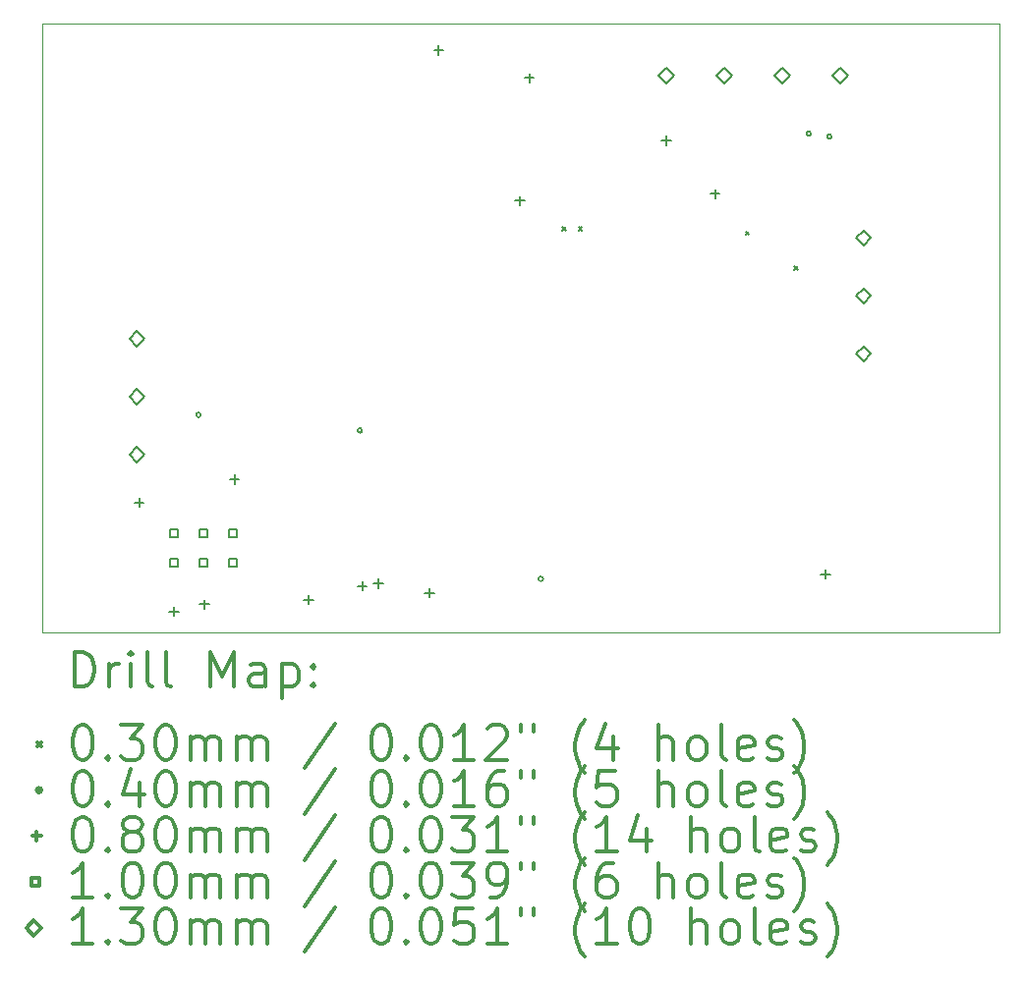
<source format=gbr>
%FSLAX45Y45*%
G04 Gerber Fmt 4.5, Leading zero omitted, Abs format (unit mm)*
G04 Created by KiCad (PCBNEW (5.1.0)-1) date 2019-06-07 15:43:25*
%MOMM*%
%LPD*%
G04 APERTURE LIST*
%ADD10C,0.100000*%
%ADD11C,0.200000*%
%ADD12C,0.300000*%
G04 APERTURE END LIST*
D10*
X9400000Y-10350000D02*
X17650000Y-10350000D01*
X9400000Y-5100000D02*
X9400000Y-10350000D01*
X17650000Y-5100000D02*
X9400000Y-5100000D01*
X17650000Y-10350000D02*
X17650000Y-5100000D01*
D11*
X13885000Y-6855000D02*
X13915000Y-6885000D01*
X13915000Y-6855000D02*
X13885000Y-6885000D01*
X14025000Y-6855000D02*
X14055000Y-6885000D01*
X14055000Y-6855000D02*
X14025000Y-6885000D01*
X15465000Y-6895000D02*
X15495000Y-6925000D01*
X15495000Y-6895000D02*
X15465000Y-6925000D01*
X15885000Y-7195000D02*
X15915000Y-7225000D01*
X15915000Y-7195000D02*
X15885000Y-7225000D01*
X10770000Y-8475000D02*
G75*
G03X10770000Y-8475000I-20000J0D01*
G01*
X12160000Y-8610000D02*
G75*
G03X12160000Y-8610000I-20000J0D01*
G01*
X13720000Y-9890000D02*
G75*
G03X13720000Y-9890000I-20000J0D01*
G01*
X16026400Y-6051800D02*
G75*
G03X16026400Y-6051800I-20000J0D01*
G01*
X16204200Y-6077200D02*
G75*
G03X16204200Y-6077200I-20000J0D01*
G01*
X10240000Y-9190000D02*
X10240000Y-9270000D01*
X10200000Y-9230000D02*
X10280000Y-9230000D01*
X10540000Y-10130000D02*
X10540000Y-10210000D01*
X10500000Y-10170000D02*
X10580000Y-10170000D01*
X10800000Y-10070000D02*
X10800000Y-10150000D01*
X10760000Y-10110000D02*
X10840000Y-10110000D01*
X11060000Y-8990000D02*
X11060000Y-9070000D01*
X11020000Y-9030000D02*
X11100000Y-9030000D01*
X11700000Y-10030000D02*
X11700000Y-10110000D01*
X11660000Y-10070000D02*
X11740000Y-10070000D01*
X12160000Y-9910000D02*
X12160000Y-9990000D01*
X12120000Y-9950000D02*
X12200000Y-9950000D01*
X12300000Y-9890000D02*
X12300000Y-9970000D01*
X12260000Y-9930000D02*
X12340000Y-9930000D01*
X12740000Y-9970000D02*
X12740000Y-10050000D01*
X12700000Y-10010000D02*
X12780000Y-10010000D01*
X12820000Y-5290000D02*
X12820000Y-5370000D01*
X12780000Y-5330000D02*
X12860000Y-5330000D01*
X13520000Y-6590000D02*
X13520000Y-6670000D01*
X13480000Y-6630000D02*
X13560000Y-6630000D01*
X13600000Y-5530000D02*
X13600000Y-5610000D01*
X13560000Y-5570000D02*
X13640000Y-5570000D01*
X14780000Y-6070000D02*
X14780000Y-6150000D01*
X14740000Y-6110000D02*
X14820000Y-6110000D01*
X15200000Y-6530000D02*
X15200000Y-6610000D01*
X15160000Y-6570000D02*
X15240000Y-6570000D01*
X16150000Y-9810000D02*
X16150000Y-9890000D01*
X16110000Y-9850000D02*
X16190000Y-9850000D01*
X10575356Y-9531356D02*
X10575356Y-9460644D01*
X10504644Y-9460644D01*
X10504644Y-9531356D01*
X10575356Y-9531356D01*
X10575356Y-9785356D02*
X10575356Y-9714644D01*
X10504644Y-9714644D01*
X10504644Y-9785356D01*
X10575356Y-9785356D01*
X10829356Y-9531356D02*
X10829356Y-9460644D01*
X10758644Y-9460644D01*
X10758644Y-9531356D01*
X10829356Y-9531356D01*
X10829356Y-9785356D02*
X10829356Y-9714644D01*
X10758644Y-9714644D01*
X10758644Y-9785356D01*
X10829356Y-9785356D01*
X11083356Y-9531356D02*
X11083356Y-9460644D01*
X11012644Y-9460644D01*
X11012644Y-9531356D01*
X11083356Y-9531356D01*
X11083356Y-9785356D02*
X11083356Y-9714644D01*
X11012644Y-9714644D01*
X11012644Y-9785356D01*
X11083356Y-9785356D01*
X14780000Y-5615000D02*
X14845000Y-5550000D01*
X14780000Y-5485000D01*
X14715000Y-5550000D01*
X14780000Y-5615000D01*
X15280000Y-5615000D02*
X15345000Y-5550000D01*
X15280000Y-5485000D01*
X15215000Y-5550000D01*
X15280000Y-5615000D01*
X15780000Y-5615000D02*
X15845000Y-5550000D01*
X15780000Y-5485000D01*
X15715000Y-5550000D01*
X15780000Y-5615000D01*
X16280000Y-5615000D02*
X16345000Y-5550000D01*
X16280000Y-5485000D01*
X16215000Y-5550000D01*
X16280000Y-5615000D01*
X16480000Y-7015000D02*
X16545000Y-6950000D01*
X16480000Y-6885000D01*
X16415000Y-6950000D01*
X16480000Y-7015000D01*
X16480000Y-7515000D02*
X16545000Y-7450000D01*
X16480000Y-7385000D01*
X16415000Y-7450000D01*
X16480000Y-7515000D01*
X16480000Y-8015000D02*
X16545000Y-7950000D01*
X16480000Y-7885000D01*
X16415000Y-7950000D01*
X16480000Y-8015000D01*
X10220000Y-7885000D02*
X10285000Y-7820000D01*
X10220000Y-7755000D01*
X10155000Y-7820000D01*
X10220000Y-7885000D01*
X10220000Y-8385000D02*
X10285000Y-8320000D01*
X10220000Y-8255000D01*
X10155000Y-8320000D01*
X10220000Y-8385000D01*
X10220000Y-8885000D02*
X10285000Y-8820000D01*
X10220000Y-8755000D01*
X10155000Y-8820000D01*
X10220000Y-8885000D01*
D12*
X9681428Y-10820714D02*
X9681428Y-10520714D01*
X9752857Y-10520714D01*
X9795714Y-10535000D01*
X9824286Y-10563572D01*
X9838571Y-10592143D01*
X9852857Y-10649286D01*
X9852857Y-10692143D01*
X9838571Y-10749286D01*
X9824286Y-10777857D01*
X9795714Y-10806429D01*
X9752857Y-10820714D01*
X9681428Y-10820714D01*
X9981428Y-10820714D02*
X9981428Y-10620714D01*
X9981428Y-10677857D02*
X9995714Y-10649286D01*
X10010000Y-10635000D01*
X10038571Y-10620714D01*
X10067143Y-10620714D01*
X10167143Y-10820714D02*
X10167143Y-10620714D01*
X10167143Y-10520714D02*
X10152857Y-10535000D01*
X10167143Y-10549286D01*
X10181428Y-10535000D01*
X10167143Y-10520714D01*
X10167143Y-10549286D01*
X10352857Y-10820714D02*
X10324286Y-10806429D01*
X10310000Y-10777857D01*
X10310000Y-10520714D01*
X10510000Y-10820714D02*
X10481428Y-10806429D01*
X10467143Y-10777857D01*
X10467143Y-10520714D01*
X10852857Y-10820714D02*
X10852857Y-10520714D01*
X10952857Y-10735000D01*
X11052857Y-10520714D01*
X11052857Y-10820714D01*
X11324286Y-10820714D02*
X11324286Y-10663572D01*
X11310000Y-10635000D01*
X11281428Y-10620714D01*
X11224286Y-10620714D01*
X11195714Y-10635000D01*
X11324286Y-10806429D02*
X11295714Y-10820714D01*
X11224286Y-10820714D01*
X11195714Y-10806429D01*
X11181428Y-10777857D01*
X11181428Y-10749286D01*
X11195714Y-10720714D01*
X11224286Y-10706429D01*
X11295714Y-10706429D01*
X11324286Y-10692143D01*
X11467143Y-10620714D02*
X11467143Y-10920714D01*
X11467143Y-10635000D02*
X11495714Y-10620714D01*
X11552857Y-10620714D01*
X11581428Y-10635000D01*
X11595714Y-10649286D01*
X11610000Y-10677857D01*
X11610000Y-10763572D01*
X11595714Y-10792143D01*
X11581428Y-10806429D01*
X11552857Y-10820714D01*
X11495714Y-10820714D01*
X11467143Y-10806429D01*
X11738571Y-10792143D02*
X11752857Y-10806429D01*
X11738571Y-10820714D01*
X11724286Y-10806429D01*
X11738571Y-10792143D01*
X11738571Y-10820714D01*
X11738571Y-10635000D02*
X11752857Y-10649286D01*
X11738571Y-10663572D01*
X11724286Y-10649286D01*
X11738571Y-10635000D01*
X11738571Y-10663572D01*
X9365000Y-11300000D02*
X9395000Y-11330000D01*
X9395000Y-11300000D02*
X9365000Y-11330000D01*
X9738571Y-11150714D02*
X9767143Y-11150714D01*
X9795714Y-11165000D01*
X9810000Y-11179286D01*
X9824286Y-11207857D01*
X9838571Y-11265000D01*
X9838571Y-11336429D01*
X9824286Y-11393571D01*
X9810000Y-11422143D01*
X9795714Y-11436429D01*
X9767143Y-11450714D01*
X9738571Y-11450714D01*
X9710000Y-11436429D01*
X9695714Y-11422143D01*
X9681428Y-11393571D01*
X9667143Y-11336429D01*
X9667143Y-11265000D01*
X9681428Y-11207857D01*
X9695714Y-11179286D01*
X9710000Y-11165000D01*
X9738571Y-11150714D01*
X9967143Y-11422143D02*
X9981428Y-11436429D01*
X9967143Y-11450714D01*
X9952857Y-11436429D01*
X9967143Y-11422143D01*
X9967143Y-11450714D01*
X10081428Y-11150714D02*
X10267143Y-11150714D01*
X10167143Y-11265000D01*
X10210000Y-11265000D01*
X10238571Y-11279286D01*
X10252857Y-11293571D01*
X10267143Y-11322143D01*
X10267143Y-11393571D01*
X10252857Y-11422143D01*
X10238571Y-11436429D01*
X10210000Y-11450714D01*
X10124286Y-11450714D01*
X10095714Y-11436429D01*
X10081428Y-11422143D01*
X10452857Y-11150714D02*
X10481428Y-11150714D01*
X10510000Y-11165000D01*
X10524286Y-11179286D01*
X10538571Y-11207857D01*
X10552857Y-11265000D01*
X10552857Y-11336429D01*
X10538571Y-11393571D01*
X10524286Y-11422143D01*
X10510000Y-11436429D01*
X10481428Y-11450714D01*
X10452857Y-11450714D01*
X10424286Y-11436429D01*
X10410000Y-11422143D01*
X10395714Y-11393571D01*
X10381428Y-11336429D01*
X10381428Y-11265000D01*
X10395714Y-11207857D01*
X10410000Y-11179286D01*
X10424286Y-11165000D01*
X10452857Y-11150714D01*
X10681428Y-11450714D02*
X10681428Y-11250714D01*
X10681428Y-11279286D02*
X10695714Y-11265000D01*
X10724286Y-11250714D01*
X10767143Y-11250714D01*
X10795714Y-11265000D01*
X10810000Y-11293571D01*
X10810000Y-11450714D01*
X10810000Y-11293571D02*
X10824286Y-11265000D01*
X10852857Y-11250714D01*
X10895714Y-11250714D01*
X10924286Y-11265000D01*
X10938571Y-11293571D01*
X10938571Y-11450714D01*
X11081428Y-11450714D02*
X11081428Y-11250714D01*
X11081428Y-11279286D02*
X11095714Y-11265000D01*
X11124286Y-11250714D01*
X11167143Y-11250714D01*
X11195714Y-11265000D01*
X11210000Y-11293571D01*
X11210000Y-11450714D01*
X11210000Y-11293571D02*
X11224286Y-11265000D01*
X11252857Y-11250714D01*
X11295714Y-11250714D01*
X11324286Y-11265000D01*
X11338571Y-11293571D01*
X11338571Y-11450714D01*
X11924286Y-11136429D02*
X11667143Y-11522143D01*
X12310000Y-11150714D02*
X12338571Y-11150714D01*
X12367143Y-11165000D01*
X12381428Y-11179286D01*
X12395714Y-11207857D01*
X12410000Y-11265000D01*
X12410000Y-11336429D01*
X12395714Y-11393571D01*
X12381428Y-11422143D01*
X12367143Y-11436429D01*
X12338571Y-11450714D01*
X12310000Y-11450714D01*
X12281428Y-11436429D01*
X12267143Y-11422143D01*
X12252857Y-11393571D01*
X12238571Y-11336429D01*
X12238571Y-11265000D01*
X12252857Y-11207857D01*
X12267143Y-11179286D01*
X12281428Y-11165000D01*
X12310000Y-11150714D01*
X12538571Y-11422143D02*
X12552857Y-11436429D01*
X12538571Y-11450714D01*
X12524286Y-11436429D01*
X12538571Y-11422143D01*
X12538571Y-11450714D01*
X12738571Y-11150714D02*
X12767143Y-11150714D01*
X12795714Y-11165000D01*
X12810000Y-11179286D01*
X12824286Y-11207857D01*
X12838571Y-11265000D01*
X12838571Y-11336429D01*
X12824286Y-11393571D01*
X12810000Y-11422143D01*
X12795714Y-11436429D01*
X12767143Y-11450714D01*
X12738571Y-11450714D01*
X12710000Y-11436429D01*
X12695714Y-11422143D01*
X12681428Y-11393571D01*
X12667143Y-11336429D01*
X12667143Y-11265000D01*
X12681428Y-11207857D01*
X12695714Y-11179286D01*
X12710000Y-11165000D01*
X12738571Y-11150714D01*
X13124286Y-11450714D02*
X12952857Y-11450714D01*
X13038571Y-11450714D02*
X13038571Y-11150714D01*
X13010000Y-11193571D01*
X12981428Y-11222143D01*
X12952857Y-11236429D01*
X13238571Y-11179286D02*
X13252857Y-11165000D01*
X13281428Y-11150714D01*
X13352857Y-11150714D01*
X13381428Y-11165000D01*
X13395714Y-11179286D01*
X13410000Y-11207857D01*
X13410000Y-11236429D01*
X13395714Y-11279286D01*
X13224286Y-11450714D01*
X13410000Y-11450714D01*
X13524286Y-11150714D02*
X13524286Y-11207857D01*
X13638571Y-11150714D02*
X13638571Y-11207857D01*
X14081428Y-11565000D02*
X14067143Y-11550714D01*
X14038571Y-11507857D01*
X14024286Y-11479286D01*
X14010000Y-11436429D01*
X13995714Y-11365000D01*
X13995714Y-11307857D01*
X14010000Y-11236429D01*
X14024286Y-11193571D01*
X14038571Y-11165000D01*
X14067143Y-11122143D01*
X14081428Y-11107857D01*
X14324286Y-11250714D02*
X14324286Y-11450714D01*
X14252857Y-11136429D02*
X14181428Y-11350714D01*
X14367143Y-11350714D01*
X14710000Y-11450714D02*
X14710000Y-11150714D01*
X14838571Y-11450714D02*
X14838571Y-11293571D01*
X14824286Y-11265000D01*
X14795714Y-11250714D01*
X14752857Y-11250714D01*
X14724286Y-11265000D01*
X14710000Y-11279286D01*
X15024286Y-11450714D02*
X14995714Y-11436429D01*
X14981428Y-11422143D01*
X14967143Y-11393571D01*
X14967143Y-11307857D01*
X14981428Y-11279286D01*
X14995714Y-11265000D01*
X15024286Y-11250714D01*
X15067143Y-11250714D01*
X15095714Y-11265000D01*
X15110000Y-11279286D01*
X15124286Y-11307857D01*
X15124286Y-11393571D01*
X15110000Y-11422143D01*
X15095714Y-11436429D01*
X15067143Y-11450714D01*
X15024286Y-11450714D01*
X15295714Y-11450714D02*
X15267143Y-11436429D01*
X15252857Y-11407857D01*
X15252857Y-11150714D01*
X15524286Y-11436429D02*
X15495714Y-11450714D01*
X15438571Y-11450714D01*
X15410000Y-11436429D01*
X15395714Y-11407857D01*
X15395714Y-11293571D01*
X15410000Y-11265000D01*
X15438571Y-11250714D01*
X15495714Y-11250714D01*
X15524286Y-11265000D01*
X15538571Y-11293571D01*
X15538571Y-11322143D01*
X15395714Y-11350714D01*
X15652857Y-11436429D02*
X15681428Y-11450714D01*
X15738571Y-11450714D01*
X15767143Y-11436429D01*
X15781428Y-11407857D01*
X15781428Y-11393571D01*
X15767143Y-11365000D01*
X15738571Y-11350714D01*
X15695714Y-11350714D01*
X15667143Y-11336429D01*
X15652857Y-11307857D01*
X15652857Y-11293571D01*
X15667143Y-11265000D01*
X15695714Y-11250714D01*
X15738571Y-11250714D01*
X15767143Y-11265000D01*
X15881428Y-11565000D02*
X15895714Y-11550714D01*
X15924286Y-11507857D01*
X15938571Y-11479286D01*
X15952857Y-11436429D01*
X15967143Y-11365000D01*
X15967143Y-11307857D01*
X15952857Y-11236429D01*
X15938571Y-11193571D01*
X15924286Y-11165000D01*
X15895714Y-11122143D01*
X15881428Y-11107857D01*
X9395000Y-11711000D02*
G75*
G03X9395000Y-11711000I-20000J0D01*
G01*
X9738571Y-11546714D02*
X9767143Y-11546714D01*
X9795714Y-11561000D01*
X9810000Y-11575286D01*
X9824286Y-11603857D01*
X9838571Y-11661000D01*
X9838571Y-11732429D01*
X9824286Y-11789571D01*
X9810000Y-11818143D01*
X9795714Y-11832429D01*
X9767143Y-11846714D01*
X9738571Y-11846714D01*
X9710000Y-11832429D01*
X9695714Y-11818143D01*
X9681428Y-11789571D01*
X9667143Y-11732429D01*
X9667143Y-11661000D01*
X9681428Y-11603857D01*
X9695714Y-11575286D01*
X9710000Y-11561000D01*
X9738571Y-11546714D01*
X9967143Y-11818143D02*
X9981428Y-11832429D01*
X9967143Y-11846714D01*
X9952857Y-11832429D01*
X9967143Y-11818143D01*
X9967143Y-11846714D01*
X10238571Y-11646714D02*
X10238571Y-11846714D01*
X10167143Y-11532429D02*
X10095714Y-11746714D01*
X10281428Y-11746714D01*
X10452857Y-11546714D02*
X10481428Y-11546714D01*
X10510000Y-11561000D01*
X10524286Y-11575286D01*
X10538571Y-11603857D01*
X10552857Y-11661000D01*
X10552857Y-11732429D01*
X10538571Y-11789571D01*
X10524286Y-11818143D01*
X10510000Y-11832429D01*
X10481428Y-11846714D01*
X10452857Y-11846714D01*
X10424286Y-11832429D01*
X10410000Y-11818143D01*
X10395714Y-11789571D01*
X10381428Y-11732429D01*
X10381428Y-11661000D01*
X10395714Y-11603857D01*
X10410000Y-11575286D01*
X10424286Y-11561000D01*
X10452857Y-11546714D01*
X10681428Y-11846714D02*
X10681428Y-11646714D01*
X10681428Y-11675286D02*
X10695714Y-11661000D01*
X10724286Y-11646714D01*
X10767143Y-11646714D01*
X10795714Y-11661000D01*
X10810000Y-11689571D01*
X10810000Y-11846714D01*
X10810000Y-11689571D02*
X10824286Y-11661000D01*
X10852857Y-11646714D01*
X10895714Y-11646714D01*
X10924286Y-11661000D01*
X10938571Y-11689571D01*
X10938571Y-11846714D01*
X11081428Y-11846714D02*
X11081428Y-11646714D01*
X11081428Y-11675286D02*
X11095714Y-11661000D01*
X11124286Y-11646714D01*
X11167143Y-11646714D01*
X11195714Y-11661000D01*
X11210000Y-11689571D01*
X11210000Y-11846714D01*
X11210000Y-11689571D02*
X11224286Y-11661000D01*
X11252857Y-11646714D01*
X11295714Y-11646714D01*
X11324286Y-11661000D01*
X11338571Y-11689571D01*
X11338571Y-11846714D01*
X11924286Y-11532429D02*
X11667143Y-11918143D01*
X12310000Y-11546714D02*
X12338571Y-11546714D01*
X12367143Y-11561000D01*
X12381428Y-11575286D01*
X12395714Y-11603857D01*
X12410000Y-11661000D01*
X12410000Y-11732429D01*
X12395714Y-11789571D01*
X12381428Y-11818143D01*
X12367143Y-11832429D01*
X12338571Y-11846714D01*
X12310000Y-11846714D01*
X12281428Y-11832429D01*
X12267143Y-11818143D01*
X12252857Y-11789571D01*
X12238571Y-11732429D01*
X12238571Y-11661000D01*
X12252857Y-11603857D01*
X12267143Y-11575286D01*
X12281428Y-11561000D01*
X12310000Y-11546714D01*
X12538571Y-11818143D02*
X12552857Y-11832429D01*
X12538571Y-11846714D01*
X12524286Y-11832429D01*
X12538571Y-11818143D01*
X12538571Y-11846714D01*
X12738571Y-11546714D02*
X12767143Y-11546714D01*
X12795714Y-11561000D01*
X12810000Y-11575286D01*
X12824286Y-11603857D01*
X12838571Y-11661000D01*
X12838571Y-11732429D01*
X12824286Y-11789571D01*
X12810000Y-11818143D01*
X12795714Y-11832429D01*
X12767143Y-11846714D01*
X12738571Y-11846714D01*
X12710000Y-11832429D01*
X12695714Y-11818143D01*
X12681428Y-11789571D01*
X12667143Y-11732429D01*
X12667143Y-11661000D01*
X12681428Y-11603857D01*
X12695714Y-11575286D01*
X12710000Y-11561000D01*
X12738571Y-11546714D01*
X13124286Y-11846714D02*
X12952857Y-11846714D01*
X13038571Y-11846714D02*
X13038571Y-11546714D01*
X13010000Y-11589571D01*
X12981428Y-11618143D01*
X12952857Y-11632429D01*
X13381428Y-11546714D02*
X13324286Y-11546714D01*
X13295714Y-11561000D01*
X13281428Y-11575286D01*
X13252857Y-11618143D01*
X13238571Y-11675286D01*
X13238571Y-11789571D01*
X13252857Y-11818143D01*
X13267143Y-11832429D01*
X13295714Y-11846714D01*
X13352857Y-11846714D01*
X13381428Y-11832429D01*
X13395714Y-11818143D01*
X13410000Y-11789571D01*
X13410000Y-11718143D01*
X13395714Y-11689571D01*
X13381428Y-11675286D01*
X13352857Y-11661000D01*
X13295714Y-11661000D01*
X13267143Y-11675286D01*
X13252857Y-11689571D01*
X13238571Y-11718143D01*
X13524286Y-11546714D02*
X13524286Y-11603857D01*
X13638571Y-11546714D02*
X13638571Y-11603857D01*
X14081428Y-11961000D02*
X14067143Y-11946714D01*
X14038571Y-11903857D01*
X14024286Y-11875286D01*
X14010000Y-11832429D01*
X13995714Y-11761000D01*
X13995714Y-11703857D01*
X14010000Y-11632429D01*
X14024286Y-11589571D01*
X14038571Y-11561000D01*
X14067143Y-11518143D01*
X14081428Y-11503857D01*
X14338571Y-11546714D02*
X14195714Y-11546714D01*
X14181428Y-11689571D01*
X14195714Y-11675286D01*
X14224286Y-11661000D01*
X14295714Y-11661000D01*
X14324286Y-11675286D01*
X14338571Y-11689571D01*
X14352857Y-11718143D01*
X14352857Y-11789571D01*
X14338571Y-11818143D01*
X14324286Y-11832429D01*
X14295714Y-11846714D01*
X14224286Y-11846714D01*
X14195714Y-11832429D01*
X14181428Y-11818143D01*
X14710000Y-11846714D02*
X14710000Y-11546714D01*
X14838571Y-11846714D02*
X14838571Y-11689571D01*
X14824286Y-11661000D01*
X14795714Y-11646714D01*
X14752857Y-11646714D01*
X14724286Y-11661000D01*
X14710000Y-11675286D01*
X15024286Y-11846714D02*
X14995714Y-11832429D01*
X14981428Y-11818143D01*
X14967143Y-11789571D01*
X14967143Y-11703857D01*
X14981428Y-11675286D01*
X14995714Y-11661000D01*
X15024286Y-11646714D01*
X15067143Y-11646714D01*
X15095714Y-11661000D01*
X15110000Y-11675286D01*
X15124286Y-11703857D01*
X15124286Y-11789571D01*
X15110000Y-11818143D01*
X15095714Y-11832429D01*
X15067143Y-11846714D01*
X15024286Y-11846714D01*
X15295714Y-11846714D02*
X15267143Y-11832429D01*
X15252857Y-11803857D01*
X15252857Y-11546714D01*
X15524286Y-11832429D02*
X15495714Y-11846714D01*
X15438571Y-11846714D01*
X15410000Y-11832429D01*
X15395714Y-11803857D01*
X15395714Y-11689571D01*
X15410000Y-11661000D01*
X15438571Y-11646714D01*
X15495714Y-11646714D01*
X15524286Y-11661000D01*
X15538571Y-11689571D01*
X15538571Y-11718143D01*
X15395714Y-11746714D01*
X15652857Y-11832429D02*
X15681428Y-11846714D01*
X15738571Y-11846714D01*
X15767143Y-11832429D01*
X15781428Y-11803857D01*
X15781428Y-11789571D01*
X15767143Y-11761000D01*
X15738571Y-11746714D01*
X15695714Y-11746714D01*
X15667143Y-11732429D01*
X15652857Y-11703857D01*
X15652857Y-11689571D01*
X15667143Y-11661000D01*
X15695714Y-11646714D01*
X15738571Y-11646714D01*
X15767143Y-11661000D01*
X15881428Y-11961000D02*
X15895714Y-11946714D01*
X15924286Y-11903857D01*
X15938571Y-11875286D01*
X15952857Y-11832429D01*
X15967143Y-11761000D01*
X15967143Y-11703857D01*
X15952857Y-11632429D01*
X15938571Y-11589571D01*
X15924286Y-11561000D01*
X15895714Y-11518143D01*
X15881428Y-11503857D01*
X9355000Y-12067000D02*
X9355000Y-12147000D01*
X9315000Y-12107000D02*
X9395000Y-12107000D01*
X9738571Y-11942714D02*
X9767143Y-11942714D01*
X9795714Y-11957000D01*
X9810000Y-11971286D01*
X9824286Y-11999857D01*
X9838571Y-12057000D01*
X9838571Y-12128429D01*
X9824286Y-12185571D01*
X9810000Y-12214143D01*
X9795714Y-12228429D01*
X9767143Y-12242714D01*
X9738571Y-12242714D01*
X9710000Y-12228429D01*
X9695714Y-12214143D01*
X9681428Y-12185571D01*
X9667143Y-12128429D01*
X9667143Y-12057000D01*
X9681428Y-11999857D01*
X9695714Y-11971286D01*
X9710000Y-11957000D01*
X9738571Y-11942714D01*
X9967143Y-12214143D02*
X9981428Y-12228429D01*
X9967143Y-12242714D01*
X9952857Y-12228429D01*
X9967143Y-12214143D01*
X9967143Y-12242714D01*
X10152857Y-12071286D02*
X10124286Y-12057000D01*
X10110000Y-12042714D01*
X10095714Y-12014143D01*
X10095714Y-11999857D01*
X10110000Y-11971286D01*
X10124286Y-11957000D01*
X10152857Y-11942714D01*
X10210000Y-11942714D01*
X10238571Y-11957000D01*
X10252857Y-11971286D01*
X10267143Y-11999857D01*
X10267143Y-12014143D01*
X10252857Y-12042714D01*
X10238571Y-12057000D01*
X10210000Y-12071286D01*
X10152857Y-12071286D01*
X10124286Y-12085571D01*
X10110000Y-12099857D01*
X10095714Y-12128429D01*
X10095714Y-12185571D01*
X10110000Y-12214143D01*
X10124286Y-12228429D01*
X10152857Y-12242714D01*
X10210000Y-12242714D01*
X10238571Y-12228429D01*
X10252857Y-12214143D01*
X10267143Y-12185571D01*
X10267143Y-12128429D01*
X10252857Y-12099857D01*
X10238571Y-12085571D01*
X10210000Y-12071286D01*
X10452857Y-11942714D02*
X10481428Y-11942714D01*
X10510000Y-11957000D01*
X10524286Y-11971286D01*
X10538571Y-11999857D01*
X10552857Y-12057000D01*
X10552857Y-12128429D01*
X10538571Y-12185571D01*
X10524286Y-12214143D01*
X10510000Y-12228429D01*
X10481428Y-12242714D01*
X10452857Y-12242714D01*
X10424286Y-12228429D01*
X10410000Y-12214143D01*
X10395714Y-12185571D01*
X10381428Y-12128429D01*
X10381428Y-12057000D01*
X10395714Y-11999857D01*
X10410000Y-11971286D01*
X10424286Y-11957000D01*
X10452857Y-11942714D01*
X10681428Y-12242714D02*
X10681428Y-12042714D01*
X10681428Y-12071286D02*
X10695714Y-12057000D01*
X10724286Y-12042714D01*
X10767143Y-12042714D01*
X10795714Y-12057000D01*
X10810000Y-12085571D01*
X10810000Y-12242714D01*
X10810000Y-12085571D02*
X10824286Y-12057000D01*
X10852857Y-12042714D01*
X10895714Y-12042714D01*
X10924286Y-12057000D01*
X10938571Y-12085571D01*
X10938571Y-12242714D01*
X11081428Y-12242714D02*
X11081428Y-12042714D01*
X11081428Y-12071286D02*
X11095714Y-12057000D01*
X11124286Y-12042714D01*
X11167143Y-12042714D01*
X11195714Y-12057000D01*
X11210000Y-12085571D01*
X11210000Y-12242714D01*
X11210000Y-12085571D02*
X11224286Y-12057000D01*
X11252857Y-12042714D01*
X11295714Y-12042714D01*
X11324286Y-12057000D01*
X11338571Y-12085571D01*
X11338571Y-12242714D01*
X11924286Y-11928429D02*
X11667143Y-12314143D01*
X12310000Y-11942714D02*
X12338571Y-11942714D01*
X12367143Y-11957000D01*
X12381428Y-11971286D01*
X12395714Y-11999857D01*
X12410000Y-12057000D01*
X12410000Y-12128429D01*
X12395714Y-12185571D01*
X12381428Y-12214143D01*
X12367143Y-12228429D01*
X12338571Y-12242714D01*
X12310000Y-12242714D01*
X12281428Y-12228429D01*
X12267143Y-12214143D01*
X12252857Y-12185571D01*
X12238571Y-12128429D01*
X12238571Y-12057000D01*
X12252857Y-11999857D01*
X12267143Y-11971286D01*
X12281428Y-11957000D01*
X12310000Y-11942714D01*
X12538571Y-12214143D02*
X12552857Y-12228429D01*
X12538571Y-12242714D01*
X12524286Y-12228429D01*
X12538571Y-12214143D01*
X12538571Y-12242714D01*
X12738571Y-11942714D02*
X12767143Y-11942714D01*
X12795714Y-11957000D01*
X12810000Y-11971286D01*
X12824286Y-11999857D01*
X12838571Y-12057000D01*
X12838571Y-12128429D01*
X12824286Y-12185571D01*
X12810000Y-12214143D01*
X12795714Y-12228429D01*
X12767143Y-12242714D01*
X12738571Y-12242714D01*
X12710000Y-12228429D01*
X12695714Y-12214143D01*
X12681428Y-12185571D01*
X12667143Y-12128429D01*
X12667143Y-12057000D01*
X12681428Y-11999857D01*
X12695714Y-11971286D01*
X12710000Y-11957000D01*
X12738571Y-11942714D01*
X12938571Y-11942714D02*
X13124286Y-11942714D01*
X13024286Y-12057000D01*
X13067143Y-12057000D01*
X13095714Y-12071286D01*
X13110000Y-12085571D01*
X13124286Y-12114143D01*
X13124286Y-12185571D01*
X13110000Y-12214143D01*
X13095714Y-12228429D01*
X13067143Y-12242714D01*
X12981428Y-12242714D01*
X12952857Y-12228429D01*
X12938571Y-12214143D01*
X13410000Y-12242714D02*
X13238571Y-12242714D01*
X13324286Y-12242714D02*
X13324286Y-11942714D01*
X13295714Y-11985571D01*
X13267143Y-12014143D01*
X13238571Y-12028429D01*
X13524286Y-11942714D02*
X13524286Y-11999857D01*
X13638571Y-11942714D02*
X13638571Y-11999857D01*
X14081428Y-12357000D02*
X14067143Y-12342714D01*
X14038571Y-12299857D01*
X14024286Y-12271286D01*
X14010000Y-12228429D01*
X13995714Y-12157000D01*
X13995714Y-12099857D01*
X14010000Y-12028429D01*
X14024286Y-11985571D01*
X14038571Y-11957000D01*
X14067143Y-11914143D01*
X14081428Y-11899857D01*
X14352857Y-12242714D02*
X14181428Y-12242714D01*
X14267143Y-12242714D02*
X14267143Y-11942714D01*
X14238571Y-11985571D01*
X14210000Y-12014143D01*
X14181428Y-12028429D01*
X14610000Y-12042714D02*
X14610000Y-12242714D01*
X14538571Y-11928429D02*
X14467143Y-12142714D01*
X14652857Y-12142714D01*
X14995714Y-12242714D02*
X14995714Y-11942714D01*
X15124286Y-12242714D02*
X15124286Y-12085571D01*
X15110000Y-12057000D01*
X15081428Y-12042714D01*
X15038571Y-12042714D01*
X15010000Y-12057000D01*
X14995714Y-12071286D01*
X15310000Y-12242714D02*
X15281428Y-12228429D01*
X15267143Y-12214143D01*
X15252857Y-12185571D01*
X15252857Y-12099857D01*
X15267143Y-12071286D01*
X15281428Y-12057000D01*
X15310000Y-12042714D01*
X15352857Y-12042714D01*
X15381428Y-12057000D01*
X15395714Y-12071286D01*
X15410000Y-12099857D01*
X15410000Y-12185571D01*
X15395714Y-12214143D01*
X15381428Y-12228429D01*
X15352857Y-12242714D01*
X15310000Y-12242714D01*
X15581428Y-12242714D02*
X15552857Y-12228429D01*
X15538571Y-12199857D01*
X15538571Y-11942714D01*
X15810000Y-12228429D02*
X15781428Y-12242714D01*
X15724286Y-12242714D01*
X15695714Y-12228429D01*
X15681428Y-12199857D01*
X15681428Y-12085571D01*
X15695714Y-12057000D01*
X15724286Y-12042714D01*
X15781428Y-12042714D01*
X15810000Y-12057000D01*
X15824286Y-12085571D01*
X15824286Y-12114143D01*
X15681428Y-12142714D01*
X15938571Y-12228429D02*
X15967143Y-12242714D01*
X16024286Y-12242714D01*
X16052857Y-12228429D01*
X16067143Y-12199857D01*
X16067143Y-12185571D01*
X16052857Y-12157000D01*
X16024286Y-12142714D01*
X15981428Y-12142714D01*
X15952857Y-12128429D01*
X15938571Y-12099857D01*
X15938571Y-12085571D01*
X15952857Y-12057000D01*
X15981428Y-12042714D01*
X16024286Y-12042714D01*
X16052857Y-12057000D01*
X16167143Y-12357000D02*
X16181428Y-12342714D01*
X16210000Y-12299857D01*
X16224286Y-12271286D01*
X16238571Y-12228429D01*
X16252857Y-12157000D01*
X16252857Y-12099857D01*
X16238571Y-12028429D01*
X16224286Y-11985571D01*
X16210000Y-11957000D01*
X16181428Y-11914143D01*
X16167143Y-11899857D01*
X9380356Y-12538356D02*
X9380356Y-12467644D01*
X9309644Y-12467644D01*
X9309644Y-12538356D01*
X9380356Y-12538356D01*
X9838571Y-12638714D02*
X9667143Y-12638714D01*
X9752857Y-12638714D02*
X9752857Y-12338714D01*
X9724286Y-12381571D01*
X9695714Y-12410143D01*
X9667143Y-12424429D01*
X9967143Y-12610143D02*
X9981428Y-12624429D01*
X9967143Y-12638714D01*
X9952857Y-12624429D01*
X9967143Y-12610143D01*
X9967143Y-12638714D01*
X10167143Y-12338714D02*
X10195714Y-12338714D01*
X10224286Y-12353000D01*
X10238571Y-12367286D01*
X10252857Y-12395857D01*
X10267143Y-12453000D01*
X10267143Y-12524429D01*
X10252857Y-12581571D01*
X10238571Y-12610143D01*
X10224286Y-12624429D01*
X10195714Y-12638714D01*
X10167143Y-12638714D01*
X10138571Y-12624429D01*
X10124286Y-12610143D01*
X10110000Y-12581571D01*
X10095714Y-12524429D01*
X10095714Y-12453000D01*
X10110000Y-12395857D01*
X10124286Y-12367286D01*
X10138571Y-12353000D01*
X10167143Y-12338714D01*
X10452857Y-12338714D02*
X10481428Y-12338714D01*
X10510000Y-12353000D01*
X10524286Y-12367286D01*
X10538571Y-12395857D01*
X10552857Y-12453000D01*
X10552857Y-12524429D01*
X10538571Y-12581571D01*
X10524286Y-12610143D01*
X10510000Y-12624429D01*
X10481428Y-12638714D01*
X10452857Y-12638714D01*
X10424286Y-12624429D01*
X10410000Y-12610143D01*
X10395714Y-12581571D01*
X10381428Y-12524429D01*
X10381428Y-12453000D01*
X10395714Y-12395857D01*
X10410000Y-12367286D01*
X10424286Y-12353000D01*
X10452857Y-12338714D01*
X10681428Y-12638714D02*
X10681428Y-12438714D01*
X10681428Y-12467286D02*
X10695714Y-12453000D01*
X10724286Y-12438714D01*
X10767143Y-12438714D01*
X10795714Y-12453000D01*
X10810000Y-12481571D01*
X10810000Y-12638714D01*
X10810000Y-12481571D02*
X10824286Y-12453000D01*
X10852857Y-12438714D01*
X10895714Y-12438714D01*
X10924286Y-12453000D01*
X10938571Y-12481571D01*
X10938571Y-12638714D01*
X11081428Y-12638714D02*
X11081428Y-12438714D01*
X11081428Y-12467286D02*
X11095714Y-12453000D01*
X11124286Y-12438714D01*
X11167143Y-12438714D01*
X11195714Y-12453000D01*
X11210000Y-12481571D01*
X11210000Y-12638714D01*
X11210000Y-12481571D02*
X11224286Y-12453000D01*
X11252857Y-12438714D01*
X11295714Y-12438714D01*
X11324286Y-12453000D01*
X11338571Y-12481571D01*
X11338571Y-12638714D01*
X11924286Y-12324429D02*
X11667143Y-12710143D01*
X12310000Y-12338714D02*
X12338571Y-12338714D01*
X12367143Y-12353000D01*
X12381428Y-12367286D01*
X12395714Y-12395857D01*
X12410000Y-12453000D01*
X12410000Y-12524429D01*
X12395714Y-12581571D01*
X12381428Y-12610143D01*
X12367143Y-12624429D01*
X12338571Y-12638714D01*
X12310000Y-12638714D01*
X12281428Y-12624429D01*
X12267143Y-12610143D01*
X12252857Y-12581571D01*
X12238571Y-12524429D01*
X12238571Y-12453000D01*
X12252857Y-12395857D01*
X12267143Y-12367286D01*
X12281428Y-12353000D01*
X12310000Y-12338714D01*
X12538571Y-12610143D02*
X12552857Y-12624429D01*
X12538571Y-12638714D01*
X12524286Y-12624429D01*
X12538571Y-12610143D01*
X12538571Y-12638714D01*
X12738571Y-12338714D02*
X12767143Y-12338714D01*
X12795714Y-12353000D01*
X12810000Y-12367286D01*
X12824286Y-12395857D01*
X12838571Y-12453000D01*
X12838571Y-12524429D01*
X12824286Y-12581571D01*
X12810000Y-12610143D01*
X12795714Y-12624429D01*
X12767143Y-12638714D01*
X12738571Y-12638714D01*
X12710000Y-12624429D01*
X12695714Y-12610143D01*
X12681428Y-12581571D01*
X12667143Y-12524429D01*
X12667143Y-12453000D01*
X12681428Y-12395857D01*
X12695714Y-12367286D01*
X12710000Y-12353000D01*
X12738571Y-12338714D01*
X12938571Y-12338714D02*
X13124286Y-12338714D01*
X13024286Y-12453000D01*
X13067143Y-12453000D01*
X13095714Y-12467286D01*
X13110000Y-12481571D01*
X13124286Y-12510143D01*
X13124286Y-12581571D01*
X13110000Y-12610143D01*
X13095714Y-12624429D01*
X13067143Y-12638714D01*
X12981428Y-12638714D01*
X12952857Y-12624429D01*
X12938571Y-12610143D01*
X13267143Y-12638714D02*
X13324286Y-12638714D01*
X13352857Y-12624429D01*
X13367143Y-12610143D01*
X13395714Y-12567286D01*
X13410000Y-12510143D01*
X13410000Y-12395857D01*
X13395714Y-12367286D01*
X13381428Y-12353000D01*
X13352857Y-12338714D01*
X13295714Y-12338714D01*
X13267143Y-12353000D01*
X13252857Y-12367286D01*
X13238571Y-12395857D01*
X13238571Y-12467286D01*
X13252857Y-12495857D01*
X13267143Y-12510143D01*
X13295714Y-12524429D01*
X13352857Y-12524429D01*
X13381428Y-12510143D01*
X13395714Y-12495857D01*
X13410000Y-12467286D01*
X13524286Y-12338714D02*
X13524286Y-12395857D01*
X13638571Y-12338714D02*
X13638571Y-12395857D01*
X14081428Y-12753000D02*
X14067143Y-12738714D01*
X14038571Y-12695857D01*
X14024286Y-12667286D01*
X14010000Y-12624429D01*
X13995714Y-12553000D01*
X13995714Y-12495857D01*
X14010000Y-12424429D01*
X14024286Y-12381571D01*
X14038571Y-12353000D01*
X14067143Y-12310143D01*
X14081428Y-12295857D01*
X14324286Y-12338714D02*
X14267143Y-12338714D01*
X14238571Y-12353000D01*
X14224286Y-12367286D01*
X14195714Y-12410143D01*
X14181428Y-12467286D01*
X14181428Y-12581571D01*
X14195714Y-12610143D01*
X14210000Y-12624429D01*
X14238571Y-12638714D01*
X14295714Y-12638714D01*
X14324286Y-12624429D01*
X14338571Y-12610143D01*
X14352857Y-12581571D01*
X14352857Y-12510143D01*
X14338571Y-12481571D01*
X14324286Y-12467286D01*
X14295714Y-12453000D01*
X14238571Y-12453000D01*
X14210000Y-12467286D01*
X14195714Y-12481571D01*
X14181428Y-12510143D01*
X14710000Y-12638714D02*
X14710000Y-12338714D01*
X14838571Y-12638714D02*
X14838571Y-12481571D01*
X14824286Y-12453000D01*
X14795714Y-12438714D01*
X14752857Y-12438714D01*
X14724286Y-12453000D01*
X14710000Y-12467286D01*
X15024286Y-12638714D02*
X14995714Y-12624429D01*
X14981428Y-12610143D01*
X14967143Y-12581571D01*
X14967143Y-12495857D01*
X14981428Y-12467286D01*
X14995714Y-12453000D01*
X15024286Y-12438714D01*
X15067143Y-12438714D01*
X15095714Y-12453000D01*
X15110000Y-12467286D01*
X15124286Y-12495857D01*
X15124286Y-12581571D01*
X15110000Y-12610143D01*
X15095714Y-12624429D01*
X15067143Y-12638714D01*
X15024286Y-12638714D01*
X15295714Y-12638714D02*
X15267143Y-12624429D01*
X15252857Y-12595857D01*
X15252857Y-12338714D01*
X15524286Y-12624429D02*
X15495714Y-12638714D01*
X15438571Y-12638714D01*
X15410000Y-12624429D01*
X15395714Y-12595857D01*
X15395714Y-12481571D01*
X15410000Y-12453000D01*
X15438571Y-12438714D01*
X15495714Y-12438714D01*
X15524286Y-12453000D01*
X15538571Y-12481571D01*
X15538571Y-12510143D01*
X15395714Y-12538714D01*
X15652857Y-12624429D02*
X15681428Y-12638714D01*
X15738571Y-12638714D01*
X15767143Y-12624429D01*
X15781428Y-12595857D01*
X15781428Y-12581571D01*
X15767143Y-12553000D01*
X15738571Y-12538714D01*
X15695714Y-12538714D01*
X15667143Y-12524429D01*
X15652857Y-12495857D01*
X15652857Y-12481571D01*
X15667143Y-12453000D01*
X15695714Y-12438714D01*
X15738571Y-12438714D01*
X15767143Y-12453000D01*
X15881428Y-12753000D02*
X15895714Y-12738714D01*
X15924286Y-12695857D01*
X15938571Y-12667286D01*
X15952857Y-12624429D01*
X15967143Y-12553000D01*
X15967143Y-12495857D01*
X15952857Y-12424429D01*
X15938571Y-12381571D01*
X15924286Y-12353000D01*
X15895714Y-12310143D01*
X15881428Y-12295857D01*
X9330000Y-12964000D02*
X9395000Y-12899000D01*
X9330000Y-12834000D01*
X9265000Y-12899000D01*
X9330000Y-12964000D01*
X9838571Y-13034714D02*
X9667143Y-13034714D01*
X9752857Y-13034714D02*
X9752857Y-12734714D01*
X9724286Y-12777571D01*
X9695714Y-12806143D01*
X9667143Y-12820429D01*
X9967143Y-13006143D02*
X9981428Y-13020429D01*
X9967143Y-13034714D01*
X9952857Y-13020429D01*
X9967143Y-13006143D01*
X9967143Y-13034714D01*
X10081428Y-12734714D02*
X10267143Y-12734714D01*
X10167143Y-12849000D01*
X10210000Y-12849000D01*
X10238571Y-12863286D01*
X10252857Y-12877571D01*
X10267143Y-12906143D01*
X10267143Y-12977571D01*
X10252857Y-13006143D01*
X10238571Y-13020429D01*
X10210000Y-13034714D01*
X10124286Y-13034714D01*
X10095714Y-13020429D01*
X10081428Y-13006143D01*
X10452857Y-12734714D02*
X10481428Y-12734714D01*
X10510000Y-12749000D01*
X10524286Y-12763286D01*
X10538571Y-12791857D01*
X10552857Y-12849000D01*
X10552857Y-12920429D01*
X10538571Y-12977571D01*
X10524286Y-13006143D01*
X10510000Y-13020429D01*
X10481428Y-13034714D01*
X10452857Y-13034714D01*
X10424286Y-13020429D01*
X10410000Y-13006143D01*
X10395714Y-12977571D01*
X10381428Y-12920429D01*
X10381428Y-12849000D01*
X10395714Y-12791857D01*
X10410000Y-12763286D01*
X10424286Y-12749000D01*
X10452857Y-12734714D01*
X10681428Y-13034714D02*
X10681428Y-12834714D01*
X10681428Y-12863286D02*
X10695714Y-12849000D01*
X10724286Y-12834714D01*
X10767143Y-12834714D01*
X10795714Y-12849000D01*
X10810000Y-12877571D01*
X10810000Y-13034714D01*
X10810000Y-12877571D02*
X10824286Y-12849000D01*
X10852857Y-12834714D01*
X10895714Y-12834714D01*
X10924286Y-12849000D01*
X10938571Y-12877571D01*
X10938571Y-13034714D01*
X11081428Y-13034714D02*
X11081428Y-12834714D01*
X11081428Y-12863286D02*
X11095714Y-12849000D01*
X11124286Y-12834714D01*
X11167143Y-12834714D01*
X11195714Y-12849000D01*
X11210000Y-12877571D01*
X11210000Y-13034714D01*
X11210000Y-12877571D02*
X11224286Y-12849000D01*
X11252857Y-12834714D01*
X11295714Y-12834714D01*
X11324286Y-12849000D01*
X11338571Y-12877571D01*
X11338571Y-13034714D01*
X11924286Y-12720429D02*
X11667143Y-13106143D01*
X12310000Y-12734714D02*
X12338571Y-12734714D01*
X12367143Y-12749000D01*
X12381428Y-12763286D01*
X12395714Y-12791857D01*
X12410000Y-12849000D01*
X12410000Y-12920429D01*
X12395714Y-12977571D01*
X12381428Y-13006143D01*
X12367143Y-13020429D01*
X12338571Y-13034714D01*
X12310000Y-13034714D01*
X12281428Y-13020429D01*
X12267143Y-13006143D01*
X12252857Y-12977571D01*
X12238571Y-12920429D01*
X12238571Y-12849000D01*
X12252857Y-12791857D01*
X12267143Y-12763286D01*
X12281428Y-12749000D01*
X12310000Y-12734714D01*
X12538571Y-13006143D02*
X12552857Y-13020429D01*
X12538571Y-13034714D01*
X12524286Y-13020429D01*
X12538571Y-13006143D01*
X12538571Y-13034714D01*
X12738571Y-12734714D02*
X12767143Y-12734714D01*
X12795714Y-12749000D01*
X12810000Y-12763286D01*
X12824286Y-12791857D01*
X12838571Y-12849000D01*
X12838571Y-12920429D01*
X12824286Y-12977571D01*
X12810000Y-13006143D01*
X12795714Y-13020429D01*
X12767143Y-13034714D01*
X12738571Y-13034714D01*
X12710000Y-13020429D01*
X12695714Y-13006143D01*
X12681428Y-12977571D01*
X12667143Y-12920429D01*
X12667143Y-12849000D01*
X12681428Y-12791857D01*
X12695714Y-12763286D01*
X12710000Y-12749000D01*
X12738571Y-12734714D01*
X13110000Y-12734714D02*
X12967143Y-12734714D01*
X12952857Y-12877571D01*
X12967143Y-12863286D01*
X12995714Y-12849000D01*
X13067143Y-12849000D01*
X13095714Y-12863286D01*
X13110000Y-12877571D01*
X13124286Y-12906143D01*
X13124286Y-12977571D01*
X13110000Y-13006143D01*
X13095714Y-13020429D01*
X13067143Y-13034714D01*
X12995714Y-13034714D01*
X12967143Y-13020429D01*
X12952857Y-13006143D01*
X13410000Y-13034714D02*
X13238571Y-13034714D01*
X13324286Y-13034714D02*
X13324286Y-12734714D01*
X13295714Y-12777571D01*
X13267143Y-12806143D01*
X13238571Y-12820429D01*
X13524286Y-12734714D02*
X13524286Y-12791857D01*
X13638571Y-12734714D02*
X13638571Y-12791857D01*
X14081428Y-13149000D02*
X14067143Y-13134714D01*
X14038571Y-13091857D01*
X14024286Y-13063286D01*
X14010000Y-13020429D01*
X13995714Y-12949000D01*
X13995714Y-12891857D01*
X14010000Y-12820429D01*
X14024286Y-12777571D01*
X14038571Y-12749000D01*
X14067143Y-12706143D01*
X14081428Y-12691857D01*
X14352857Y-13034714D02*
X14181428Y-13034714D01*
X14267143Y-13034714D02*
X14267143Y-12734714D01*
X14238571Y-12777571D01*
X14210000Y-12806143D01*
X14181428Y-12820429D01*
X14538571Y-12734714D02*
X14567143Y-12734714D01*
X14595714Y-12749000D01*
X14610000Y-12763286D01*
X14624286Y-12791857D01*
X14638571Y-12849000D01*
X14638571Y-12920429D01*
X14624286Y-12977571D01*
X14610000Y-13006143D01*
X14595714Y-13020429D01*
X14567143Y-13034714D01*
X14538571Y-13034714D01*
X14510000Y-13020429D01*
X14495714Y-13006143D01*
X14481428Y-12977571D01*
X14467143Y-12920429D01*
X14467143Y-12849000D01*
X14481428Y-12791857D01*
X14495714Y-12763286D01*
X14510000Y-12749000D01*
X14538571Y-12734714D01*
X14995714Y-13034714D02*
X14995714Y-12734714D01*
X15124286Y-13034714D02*
X15124286Y-12877571D01*
X15110000Y-12849000D01*
X15081428Y-12834714D01*
X15038571Y-12834714D01*
X15010000Y-12849000D01*
X14995714Y-12863286D01*
X15310000Y-13034714D02*
X15281428Y-13020429D01*
X15267143Y-13006143D01*
X15252857Y-12977571D01*
X15252857Y-12891857D01*
X15267143Y-12863286D01*
X15281428Y-12849000D01*
X15310000Y-12834714D01*
X15352857Y-12834714D01*
X15381428Y-12849000D01*
X15395714Y-12863286D01*
X15410000Y-12891857D01*
X15410000Y-12977571D01*
X15395714Y-13006143D01*
X15381428Y-13020429D01*
X15352857Y-13034714D01*
X15310000Y-13034714D01*
X15581428Y-13034714D02*
X15552857Y-13020429D01*
X15538571Y-12991857D01*
X15538571Y-12734714D01*
X15810000Y-13020429D02*
X15781428Y-13034714D01*
X15724286Y-13034714D01*
X15695714Y-13020429D01*
X15681428Y-12991857D01*
X15681428Y-12877571D01*
X15695714Y-12849000D01*
X15724286Y-12834714D01*
X15781428Y-12834714D01*
X15810000Y-12849000D01*
X15824286Y-12877571D01*
X15824286Y-12906143D01*
X15681428Y-12934714D01*
X15938571Y-13020429D02*
X15967143Y-13034714D01*
X16024286Y-13034714D01*
X16052857Y-13020429D01*
X16067143Y-12991857D01*
X16067143Y-12977571D01*
X16052857Y-12949000D01*
X16024286Y-12934714D01*
X15981428Y-12934714D01*
X15952857Y-12920429D01*
X15938571Y-12891857D01*
X15938571Y-12877571D01*
X15952857Y-12849000D01*
X15981428Y-12834714D01*
X16024286Y-12834714D01*
X16052857Y-12849000D01*
X16167143Y-13149000D02*
X16181428Y-13134714D01*
X16210000Y-13091857D01*
X16224286Y-13063286D01*
X16238571Y-13020429D01*
X16252857Y-12949000D01*
X16252857Y-12891857D01*
X16238571Y-12820429D01*
X16224286Y-12777571D01*
X16210000Y-12749000D01*
X16181428Y-12706143D01*
X16167143Y-12691857D01*
M02*

</source>
